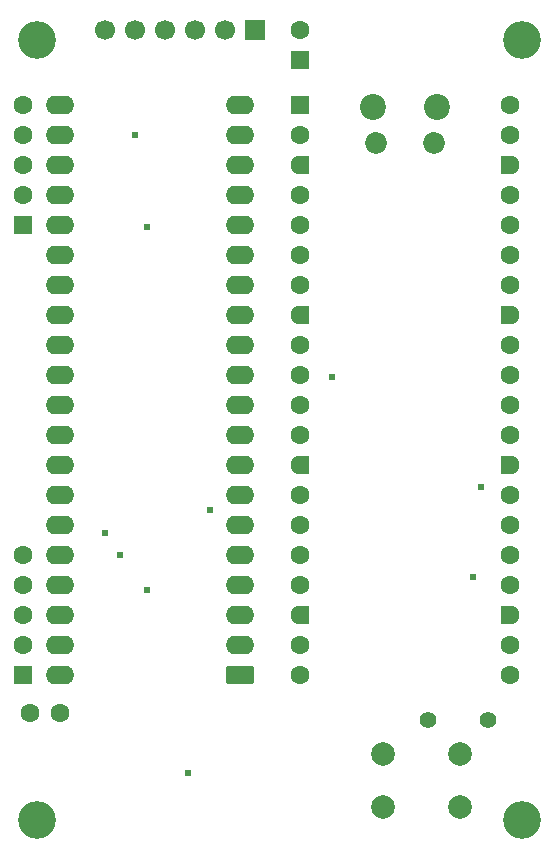
<source format=gbs>
G04 #@! TF.GenerationSoftware,KiCad,Pcbnew,9.0.4-9.0.4-0~ubuntu22.04.1*
G04 #@! TF.CreationDate,2025-10-25T09:08:59+09:00*
G04 #@! TF.ProjectId,Pico2MEMEmuCosmac,5069636f-324d-4454-9d45-6d75436f736d,1.0*
G04 #@! TF.SameCoordinates,PX68e7780PY7270e00*
G04 #@! TF.FileFunction,Soldermask,Bot*
G04 #@! TF.FilePolarity,Negative*
%FSLAX46Y46*%
G04 Gerber Fmt 4.6, Leading zero omitted, Abs format (unit mm)*
G04 Created by KiCad (PCBNEW 9.0.4-9.0.4-0~ubuntu22.04.1) date 2025-10-25 09:08:59*
%MOMM*%
%LPD*%
G01*
G04 APERTURE LIST*
G04 Aperture macros list*
%AMRoundRect*
0 Rectangle with rounded corners*
0 $1 Rounding radius*
0 $2 $3 $4 $5 $6 $7 $8 $9 X,Y pos of 4 corners*
0 Add a 4 corners polygon primitive as box body*
4,1,4,$2,$3,$4,$5,$6,$7,$8,$9,$2,$3,0*
0 Add four circle primitives for the rounded corners*
1,1,$1+$1,$2,$3*
1,1,$1+$1,$4,$5*
1,1,$1+$1,$6,$7*
1,1,$1+$1,$8,$9*
0 Add four rect primitives between the rounded corners*
20,1,$1+$1,$2,$3,$4,$5,0*
20,1,$1+$1,$4,$5,$6,$7,0*
20,1,$1+$1,$6,$7,$8,$9,0*
20,1,$1+$1,$8,$9,$2,$3,0*%
%AMFreePoly0*
4,1,37,0.000000,0.796148,0.078414,0.796148,0.232228,0.765552,0.377117,0.705537,0.507515,0.618408,0.618408,0.507515,0.705537,0.377117,0.765552,0.232228,0.796148,0.078414,0.796148,-0.078414,0.765552,-0.232228,0.705537,-0.377117,0.618408,-0.507515,0.507515,-0.618408,0.377117,-0.705537,0.232228,-0.765552,0.078414,-0.796148,0.000000,-0.796148,0.000000,-0.800000,-0.600000,-0.800000,
-0.603843,-0.796157,-0.639018,-0.796157,-0.711114,-0.766294,-0.766294,-0.711114,-0.796157,-0.639018,-0.796157,-0.603843,-0.800000,-0.600000,-0.800000,0.600000,-0.796157,0.603843,-0.796157,0.639018,-0.766294,0.711114,-0.711114,0.766294,-0.639018,0.796157,-0.603843,0.796157,-0.600000,0.800000,0.000000,0.800000,0.000000,0.796148,0.000000,0.796148,$1*%
%AMFreePoly1*
4,1,37,0.603843,0.796157,0.639018,0.796157,0.711114,0.766294,0.766294,0.711114,0.796157,0.639018,0.796157,0.603843,0.800000,0.600000,0.800000,-0.600000,0.796157,-0.603843,0.796157,-0.639018,0.766294,-0.711114,0.711114,-0.766294,0.639018,-0.796157,0.603843,-0.796157,0.600000,-0.800000,0.000000,-0.800000,0.000000,-0.796148,-0.078414,-0.796148,-0.232228,-0.765552,-0.377117,-0.705537,
-0.507515,-0.618408,-0.618408,-0.507515,-0.705537,-0.377117,-0.765552,-0.232228,-0.796148,-0.078414,-0.796148,0.078414,-0.765552,0.232228,-0.705537,0.377117,-0.618408,0.507515,-0.507515,0.618408,-0.377117,0.705537,-0.232228,0.765552,-0.078414,0.796148,0.000000,0.796148,0.000000,0.800000,0.600000,0.800000,0.603843,0.796157,0.603843,0.796157,$1*%
G04 Aperture macros list end*
%ADD10RoundRect,0.250000X0.950000X0.550000X-0.950000X0.550000X-0.950000X-0.550000X0.950000X-0.550000X0*%
%ADD11O,2.400000X1.600000*%
%ADD12C,1.600000*%
%ADD13FreePoly0,0.000000*%
%ADD14FreePoly1,0.000000*%
%ADD15RoundRect,0.200000X-0.600000X-0.600000X0.600000X-0.600000X0.600000X0.600000X-0.600000X0.600000X0*%
%ADD16C,2.200000*%
%ADD17C,1.850000*%
%ADD18RoundRect,0.250000X0.550000X-0.550000X0.550000X0.550000X-0.550000X0.550000X-0.550000X-0.550000X0*%
%ADD19C,3.200000*%
%ADD20C,2.000000*%
%ADD21R,1.600000X1.600000*%
%ADD22R,1.700000X1.700000*%
%ADD23C,1.700000*%
%ADD24C,1.400000*%
%ADD25C,0.605000*%
G04 APERTURE END LIST*
D10*
X20175000Y15225000D03*
D11*
X20175000Y17765000D03*
X20175000Y20305000D03*
X20175000Y22845000D03*
X20175000Y25385000D03*
X20175000Y27925000D03*
X20175000Y30465000D03*
X20175000Y33005000D03*
X20175000Y35545000D03*
X20175000Y38085000D03*
X20175000Y40625000D03*
X20175000Y43165000D03*
X20175000Y45705000D03*
X20175000Y48245000D03*
X20175000Y50785000D03*
X20175000Y53325000D03*
X20175000Y55865000D03*
X20175000Y58405000D03*
X20175000Y60945000D03*
X20175000Y63485000D03*
X4935000Y63485000D03*
X4935000Y60945000D03*
X4935000Y58405000D03*
X4935000Y55865000D03*
X4935000Y53325000D03*
X4935000Y50785000D03*
X4935000Y48245000D03*
X4935000Y45705000D03*
X4935000Y43165000D03*
X4935000Y40625000D03*
X4935000Y38085000D03*
X4935000Y35545000D03*
X4935000Y33005000D03*
X4935000Y30465000D03*
X4935000Y27925000D03*
X4935000Y25385000D03*
X4935000Y22845000D03*
X4935000Y20305000D03*
X4935000Y17765000D03*
X4935000Y15225000D03*
D12*
X43035000Y63485000D03*
X43035000Y60945000D03*
D13*
X43035000Y58405000D03*
D12*
X43035000Y55865000D03*
X43035000Y53325000D03*
X43035000Y50785000D03*
X43035000Y48245000D03*
D13*
X43035000Y45705000D03*
D12*
X43035000Y43165000D03*
X43035000Y40625000D03*
X43035000Y38085000D03*
X43035000Y35545000D03*
D13*
X43035000Y33005000D03*
D12*
X43035000Y30465000D03*
X43035000Y27925000D03*
X43035000Y25385000D03*
X43035000Y22845000D03*
D13*
X43035000Y20305000D03*
D12*
X43035000Y17765000D03*
X43035000Y15225000D03*
X25255000Y15225000D03*
X25255000Y17765000D03*
D14*
X25255000Y20305000D03*
D12*
X25255000Y22845000D03*
X25255000Y25385000D03*
X25255000Y27925000D03*
X25255000Y30465000D03*
D14*
X25255000Y33005000D03*
D12*
X25255000Y35545000D03*
X25255000Y38085000D03*
X25255000Y40625000D03*
X25255000Y43165000D03*
D14*
X25255000Y45705000D03*
D12*
X25255000Y48245000D03*
X25255000Y50785000D03*
X25255000Y53325000D03*
X25255000Y55865000D03*
D14*
X25255000Y58405000D03*
D12*
X25255000Y60945000D03*
D15*
X25255000Y63485000D03*
D16*
X36870000Y63355000D03*
D17*
X36570000Y60325000D03*
X31720000Y60325000D03*
D16*
X31420000Y63355000D03*
D18*
X25255000Y67295000D03*
D12*
X25255000Y69835000D03*
D19*
X44000000Y69000000D03*
D20*
X32250000Y8585000D03*
X38750000Y8585000D03*
X32250000Y4085000D03*
X38750000Y4085000D03*
D19*
X3000000Y69000000D03*
D21*
X1760000Y53325000D03*
D12*
X1760000Y55865000D03*
X1760000Y58405000D03*
X1760000Y60945000D03*
X1760000Y63485000D03*
D21*
X1760000Y15225000D03*
D12*
X1760000Y17765000D03*
X1760000Y20305000D03*
X1760000Y22845000D03*
X1760000Y25385000D03*
D19*
X3000000Y3000000D03*
D22*
X21445000Y69835000D03*
D23*
X18905000Y69835000D03*
X16365000Y69835000D03*
X13825000Y69835000D03*
X11285000Y69835000D03*
X8745000Y69835000D03*
D19*
X44000000Y3000000D03*
D12*
X4915000Y12050000D03*
X2415000Y12050000D03*
D24*
X36050000Y11415000D03*
X41130000Y11415000D03*
D25*
X15788045Y6911955D03*
X12259400Y22463000D03*
X12259400Y53180500D03*
X11285000Y60945000D03*
X39860000Y23522550D03*
X40581714Y31129376D03*
X27925000Y40513400D03*
X17635000Y29195000D03*
X10015000Y25385000D03*
X8745000Y27290000D03*
M02*

</source>
